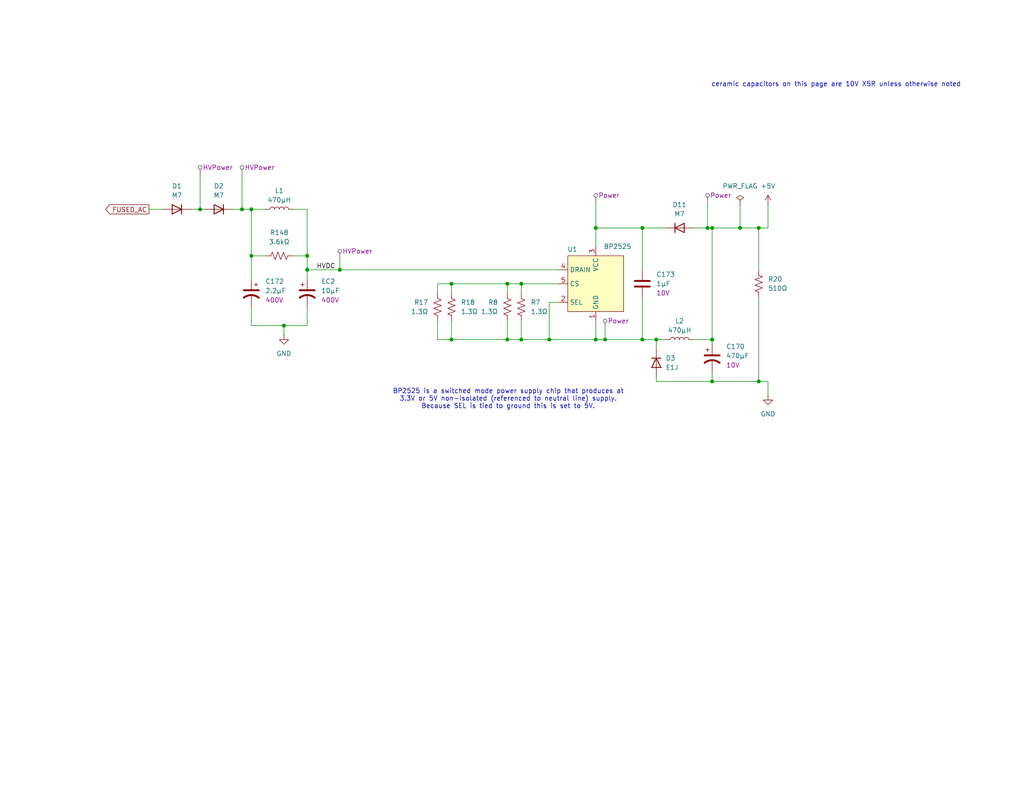
<source format=kicad_sch>
(kicad_sch (version 20250114) (generator "eeschema") (generator_version "9.0")
  (paper "USLetter")
  (title_block (title "T smart switched power outlet"))
  (lib_symbols
    (symbol "Device:C" (pin_numbers (hide yes)) (pin_names (offset 0.254))
      (property "Reference" "C" (at 0.635 2.54 0))
      (property "Value" "C" (at 0.635 -2.54 0))
      (symbol "C_0_1"
        (polyline (pts (xy -2.032 0.762) (xy 2.032 0.762)) (stroke (width 0.508)))
        (polyline (pts (xy -2.032 -0.762) (xy 2.032 -0.762)) (stroke (width 0.508)))
      )
      (symbol "C_1_1"
        (pin passive line (at 0 3.81 270) (length 2.794) (name "~") (number "1"))
        (pin passive line (at 0 -3.81 90) (length 2.794) (name "~") (number "2"))
      )
    )
    (symbol "Device:C_Polarized_US" (pin_numbers (hide yes)) (pin_names (offset 0.254) (hide yes))
      (property "Reference" "C" (at 0.635 2.54 0))
      (property "Value" "C_Polarized_US" (at 0.635 -2.54 0))
      (symbol "C_Polarized_US_0_1"
        (polyline (pts (xy -2.032 0.762) (xy 2.032 0.762)) (stroke (width 0.508)))
        (polyline (pts (xy -1.778 2.286) (xy -0.762 2.286)))
        (polyline (pts (xy -1.27 1.778) (xy -1.27 2.794)))
        (arc (start -2.032 -1.27) (mid 0 -0.5572) (end 2.032 -1.27) (stroke (width 0.508)))
      )
      (symbol "C_Polarized_US_1_1"
        (pin passive line (at 0 3.81 270) (length 2.794) (name "~") (number "1"))
        (pin passive line (at 0 -3.81 90) (length 3.302) (name "~") (number "2"))
      )
    )
    (symbol "Device:D" (pin_numbers (hide yes)) (pin_names (offset 1.016) (hide yes))
      (property "Reference" "D" (at 0 2.54 0))
      (property "Value" "D" (at 0 -2.54 0))
      (symbol "D_0_1"
        (polyline (pts (xy -1.27 1.27) (xy -1.27 -1.27)) (stroke (width 0.254)))
        (polyline (pts (xy 1.27 1.27) (xy 1.27 -1.27) (xy -1.27 0) (xy 1.27 1.27)) (stroke (width 0.254)))
        (polyline (pts (xy 1.27 0) (xy -1.27 0)))
      )
      (symbol "D_1_1"
        (pin passive line (at -3.81 0 0) (length 2.54) (name "K") (number "1"))
        (pin passive line (at 3.81 0 180) (length 2.54) (name "A") (number "2"))
      )
    )
    (symbol "Device:L" (pin_numbers (hide yes)) (pin_names (offset 1.016) (hide yes))
      (property "Reference" "L" (at -1.27 0 90))
      (property "Value" "L" (at 1.905 0 90))
      (symbol "L_0_1"
        (arc (start 0 2.54) (mid 0.6323 1.905) (end 0 1.27))
        (arc (start 0 1.27) (mid 0.6323 0.635) (end 0 0))
        (arc (start 0 0) (mid 0.6323 -0.635) (end 0 -1.27))
        (arc (start 0 -1.27) (mid 0.6323 -1.905) (end 0 -2.54))
      )
      (symbol "L_1_1"
        (pin passive line (at 0 3.81 270) (length 1.27) (name "1") (number "1"))
        (pin passive line (at 0 -3.81 90) (length 1.27) (name "2") (number "2"))
      )
    )
    (symbol "Device:R_US" (pin_numbers (hide yes)) (pin_names (offset 0))
      (property "Reference" "R" (at 2.54 0 90))
      (property "Value" "R_US" (at -2.54 0 90))
      (symbol "R_US_0_1"
        (polyline (pts (xy 0 2.286) (xy 0 2.54)))
        (polyline (pts (xy 0 2.286) (xy 1.016 1.905) (xy 0 1.524) (xy -1.016 1.143) (xy 0 0.762)))
        (polyline (pts (xy 0 0.762) (xy 1.016 0.381) (xy 0 0) (xy -1.016 -0.381) (xy 0 -0.762)))
        (polyline (pts (xy 0 -0.762) (xy 1.016 -1.143) (xy 0 -1.524) (xy -1.016 -1.905) (xy 0 -2.286)))
        (polyline (pts (xy 0 -2.286) (xy 0 -2.54)))
      )
      (symbol "R_US_1_1"
        (pin passive line (at 0 3.81 270) (length 1.27) (name "~") (number "1"))
        (pin passive line (at 0 -3.81 90) (length 1.27) (name "~") (number "2"))
      )
    )
    (symbol "designsymbols:BP2525"
      (property "Reference" "U" (at -6.858 8.89 0))
      (property "Value" "BP2525" (at 2.032 8.89 0))
      (symbol "BP2525_1_1"
        (rectangle (start -7.62 7.62) (end 7.62 -7.62) (fill (type background)))
        (pin passive line (at -10.16 3.81 0) (length 2.54) (name "DRAIN") (number "4"))
        (pin passive line (at -10.16 0 0) (length 2.54) (name "CS") (number "5"))
        (pin input line (at -10.16 -5.08 0) (length 2.54) (name "SEL") (number "2"))
        (pin passive line (at 0 10.16 270) (length 2.54) (name "VCC") (number "3"))
        (pin passive line (at 0 -10.16 90) (length 2.54) (name "GND") (number "1"))
      )
    )
    (symbol "power:+5V" (power) (pin_numbers (hide yes)) (pin_names (offset 0) (hide yes))
      (property "Value" "+5V" (at 0 3.556 0))
      (symbol "+5V_0_1"
        (polyline (pts (xy -0.762 1.27) (xy 0 2.54)))
        (polyline (pts (xy 0 2.54) (xy 0.762 1.27)))
        (polyline (pts (xy 0 0) (xy 0 2.54)))
      )
      (symbol "+5V_1_1"
        (pin power_in line (at 0 0 90) (length 0) (name "~") (number "1"))
      )
    )
    (symbol "power:GND" (power) (pin_numbers (hide yes)) (pin_names (offset 0) (hide yes))
      (property "Value" "GND" (at 0 -3.81 0))
      (symbol "GND_0_1"
        (polyline (pts (xy 0 0) (xy 0 -1.27) (xy 1.27 -1.27) (xy 0 -2.54) (xy -1.27 -1.27) (xy 0 -1.27)))
      )
      (symbol "GND_1_1"
        (pin power_in line (at 0 0 270) (length 0) (name "~") (number "1"))
      )
    )
    (symbol "power:PWR_FLAG" (power) (pin_numbers (hide yes)) (pin_names (offset 0) (hide yes))
      (property "Value" "PWR_FLAG" (at 0 3.81 0))
      (symbol "PWR_FLAG_0_0"
        (pin power_out line (at 0 0 90) (length 0) (name "~") (number "1"))
      )
      (symbol "PWR_FLAG_0_1"
        (polyline (pts (xy 0 0) (xy 0 1.27) (xy -1.016 1.905) (xy 0 2.54) (xy 1.016 1.905) (xy 0 1.27)))
      )
    )
  )
  (text "ceramic capacitors on this page are 10V X5R unless otherwise noted" (at 194.056 23.114 0) (effects (font (size 1.27 1.27)) (justify left)))
  (text "BP2525 is a switched mode power supply chip that produces at\n3.3V or 5V non-isolated (referenced to neutral line) supply.\nBecause SEL is tied to ground this is set to 5V." (at 138.684 108.966 0) (effects (font (size 1.27 1.27))))
  (junction (at 123.19 92.71))
  (junction (at 162.56 92.71))
  (junction (at 194.31 62.23))
  (junction (at 83.82 69.85))
  (junction (at 194.31 104.14))
  (junction (at 54.61 57.15))
  (junction (at 77.47 88.9))
  (junction (at 149.86 92.71))
  (junction (at 138.43 92.71))
  (junction (at 207.01 62.23))
  (junction (at 175.26 92.71))
  (junction (at 165.1 92.71))
  (junction (at 68.58 69.85))
  (junction (at 66.04 57.15))
  (junction (at 207.01 104.14))
  (junction (at 68.58 57.15))
  (junction (at 142.24 92.71))
  (junction (at 92.71 73.66))
  (junction (at 179.07 92.71))
  (junction (at 162.56 62.23))
  (junction (at 142.24 77.47))
  (junction (at 138.43 77.47))
  (junction (at 201.93 62.23))
  (junction (at 194.31 92.71))
  (junction (at 193.04 62.23))
  (junction (at 83.82 73.66))
  (junction (at 175.26 62.23))
  (junction (at 123.19 77.47))
  (wire (pts (xy 83.82 73.66) (xy 83.82 76.2)))
  (wire (pts (xy 194.31 62.23) (xy 194.31 92.71)))
  (wire (pts (xy 162.56 55.88) (xy 162.56 62.23)))
  (wire (pts (xy 207.01 104.14) (xy 207.01 81.28)))
  (wire (pts (xy 194.31 93.98) (xy 194.31 92.71)))
  (wire (pts (xy 142.24 77.47) (xy 142.24 80.01)))
  (wire (pts (xy 175.26 62.23) (xy 175.26 73.66)))
  (wire (pts (xy 66.04 57.15) (xy 68.58 57.15)))
  (wire (pts (xy 92.71 73.66) (xy 152.4 73.66)))
  (wire (pts (xy 138.43 92.71) (xy 123.19 92.71)))
  (wire (pts (xy 123.19 77.47) (xy 119.38 77.47)))
  (wire (pts (xy 149.86 82.55) (xy 152.4 82.55)))
  (wire (pts (xy 193.04 62.23) (xy 194.31 62.23)))
  (wire (pts (xy 179.07 104.14) (xy 194.31 104.14)))
  (wire (pts (xy 201.93 62.23) (xy 207.01 62.23)))
  (wire (pts (xy 175.26 92.71) (xy 179.07 92.71)))
  (wire (pts (xy 149.86 92.71) (xy 142.24 92.71)))
  (wire (pts (xy 92.71 71.12) (xy 92.71 73.66)))
  (wire (pts (xy 77.47 88.9) (xy 77.47 91.44)))
  (wire (pts (xy 68.58 57.15) (xy 72.39 57.15)))
  (wire (pts (xy 189.23 62.23) (xy 193.04 62.23)))
  (wire (pts (xy 119.38 77.47) (xy 119.38 80.01)))
  (wire (pts (xy 54.61 57.15) (xy 55.88 57.15)))
  (wire (pts (xy 194.31 62.23) (xy 201.93 62.23)))
  (wire (pts (xy 209.55 104.14) (xy 207.01 104.14)))
  (wire (pts (xy 149.86 92.71) (xy 162.56 92.71)))
  (wire (pts (xy 83.82 57.15) (xy 83.82 69.85)))
  (wire (pts (xy 123.19 77.47) (xy 138.43 77.47)))
  (wire (pts (xy 175.26 62.23) (xy 181.61 62.23)))
  (wire (pts (xy 179.07 92.71) (xy 181.61 92.71)))
  (wire (pts (xy 119.38 87.63) (xy 119.38 92.71)))
  (wire (pts (xy 83.82 69.85) (xy 83.82 73.66)))
  (wire (pts (xy 68.58 57.15) (xy 68.58 69.85)))
  (wire (pts (xy 142.24 92.71) (xy 138.43 92.71)))
  (wire (pts (xy 138.43 87.63) (xy 138.43 92.71)))
  (wire (pts (xy 179.07 102.87) (xy 179.07 104.14)))
  (wire (pts (xy 193.04 55.88) (xy 193.04 62.23)))
  (wire (pts (xy 80.01 69.85) (xy 83.82 69.85)))
  (wire (pts (xy 207.01 62.23) (xy 209.55 62.23)))
  (wire (pts (xy 68.58 69.85) (xy 72.39 69.85)))
  (wire (pts (xy 66.04 48.26) (xy 66.04 57.15)))
  (wire (pts (xy 209.55 104.14) (xy 209.55 107.95)))
  (wire (pts (xy 162.56 67.31) (xy 162.56 62.23)))
  (wire (pts (xy 77.47 88.9) (xy 83.82 88.9)))
  (wire (pts (xy 40.64 57.15) (xy 44.45 57.15)))
  (wire (pts (xy 165.1 92.71) (xy 175.26 92.71)))
  (wire (pts (xy 194.31 104.14) (xy 207.01 104.14)))
  (wire (pts (xy 194.31 104.14) (xy 194.31 101.6)))
  (wire (pts (xy 142.24 87.63) (xy 142.24 92.71)))
  (wire (pts (xy 63.5 57.15) (xy 66.04 57.15)))
  (wire (pts (xy 54.61 48.26) (xy 54.61 57.15)))
  (wire (pts (xy 83.82 83.82) (xy 83.82 88.9)))
  (wire (pts (xy 119.38 92.71) (xy 123.19 92.71)))
  (wire (pts (xy 179.07 92.71) (xy 179.07 95.25)))
  (wire (pts (xy 149.86 82.55) (xy 149.86 92.71)))
  (wire (pts (xy 68.58 88.9) (xy 77.47 88.9)))
  (wire (pts (xy 68.58 69.85) (xy 68.58 76.2)))
  (wire (pts (xy 68.58 88.9) (xy 68.58 83.82)))
  (wire (pts (xy 207.01 62.23) (xy 207.01 73.66)))
  (wire (pts (xy 189.23 92.71) (xy 194.31 92.71)))
  (wire (pts (xy 80.01 57.15) (xy 83.82 57.15)))
  (wire (pts (xy 152.4 77.47) (xy 142.24 77.47)))
  (wire (pts (xy 209.55 55.88) (xy 209.55 62.23)))
  (wire (pts (xy 138.43 77.47) (xy 138.43 80.01)))
  (wire (pts (xy 175.26 92.71) (xy 175.26 81.28)))
  (wire (pts (xy 142.24 77.47) (xy 138.43 77.47)))
  (wire (pts (xy 201.93 55.88) (xy 201.93 62.23)))
  (wire (pts (xy 162.56 62.23) (xy 175.26 62.23)))
  (wire (pts (xy 162.56 92.71) (xy 165.1 92.71)))
  (wire (pts (xy 162.56 87.63) (xy 162.56 92.71)))
  (wire (pts (xy 165.1 90.17) (xy 165.1 92.71)))
  (wire (pts (xy 52.07 57.15) (xy 54.61 57.15)))
  (wire (pts (xy 123.19 87.63) (xy 123.19 92.71)))
  (wire (pts (xy 83.82 73.66) (xy 92.71 73.66)))
  (wire (pts (xy 123.19 77.47) (xy 123.19 80.01)))
  (label "HVDC" (at 86.36 73.66 0))
  (global_label "FUSED_AC" (shape output) (at 40.64 57.15 180) (property "Intersheetrefs" "${INTERSHEET_REFS}" (effects (hide yes))))
  (netclass_flag "" (length 2.54) (shape round) (at 162.56 55.88 0) (property "Netclass" "Power" (at 163.2585 53.34 0) (effects (justify left))))
  (netclass_flag "" (length 2.54) (shape round) (at 165.1 90.17 0) (property "Netclass" "Power" (at 165.7985 87.63 0) (effects (justify left))))
  (netclass_flag "" (length 2.54) (shape round) (at 54.61 48.26 0) (property "Netclass" "HVPower" (at 55.3085 45.72 0) (effects (justify left))))
  (netclass_flag "" (length 2.54) (shape round) (at 66.04 48.26 0) (property "Netclass" "HVPower" (at 66.7385 45.72 0) (effects (justify left))))
  (netclass_flag "" (length 2.54) (shape round) (at 92.71 71.12 0) (property "Netclass" "HVPower" (at 93.4085 68.58 0) (effects (justify left))))
  (netclass_flag "" (length 2.54) (shape round) (at 193.04 55.88 0) (property "Netclass" "Power" (at 193.7385 53.34 0) (effects (justify left))))
  (symbol (lib_id "Device:L") (at 76.2 57.15 90) (unit 1)
    (property "Reference" "L1" (at 76.2 52.07 90))
    (property "Value" "470µH" (at 76.2 54.61 90))
    (property "Footprint" "Inductor_THT:L_Axial_L7.0mm_D3.3mm_P5.08mm_Vertical_Fastron_MICC" (effects (hide yes)))
    (property "Description" "Inductor" (effects (hide yes)))
  )
  (symbol (lib_id "Device:R_US") (at 123.19 83.82 180) (unit 1)
    (property "Reference" "R18" (at 125.73 82.5499 0) (effects (justify right)))
    (property "Value" "1.3Ω" (at 125.73 85.0899 0) (effects (justify right)))
    (property "Footprint" "Resistor_SMD:R_0603_1608Metric" (effects (hide yes)))
    (property "Description" "Resistor, US symbol" (effects (hide yes)))
  )
  (symbol (lib_id "Device:C_Polarized_US") (at 194.31 97.79 0) (unit 1)
    (property "Reference" "C170" (at 198.12 94.6149 0) (effects (justify left)))
    (property "Value" "470µF" (at 198.12 97.1549 0) (effects (justify left)))
    (property "Footprint" "Capacitor_THT:CP_Radial_D6.3mm_P2.50mm" (effects (hide yes)))
    (property "Description" "Polarized capacitor, US symbol" (effects (hide yes)))
    (property "Voltage" "10V" (at 198.12 99.6949 0) (effects (justify left)))
  )
  (symbol (lib_id "Device:R_US") (at 142.24 83.82 180) (unit 1)
    (property "Reference" "R7" (at 144.78 82.5499 0) (effects (justify right)))
    (property "Value" "1.3Ω" (at 144.78 85.0899 0) (effects (justify right)))
    (property "Footprint" "Resistor_SMD:R_0603_1608Metric" (effects (hide yes)))
    (property "Description" "Resistor, US symbol" (effects (hide yes)))
  )
  (symbol (lib_id "Device:D") (at 59.69 57.15 180) (unit 1)
    (property "Reference" "D2" (at 59.69 50.8 0))
    (property "Value" "M7" (at 59.69 53.34 0))
    (property "Footprint" "Diode_SMD:D_SMA" (effects (hide yes)))
    (property "Description" "Diode" (effects (hide yes)))
    (property "Sim.Device" "D" (effects (hide yes)))
    (property "Sim.Pins" "1=K 2=A" (effects (hide yes)))
  )
  (symbol (lib_id "Device:D") (at 48.26 57.15 180) (unit 1)
    (property "Reference" "D1" (at 48.26 50.8 0))
    (property "Value" "M7" (at 48.26 53.34 0))
    (property "Footprint" "Diode_SMD:D_SMA" (effects (hide yes)))
    (property "Description" "Diode" (effects (hide yes)))
    (property "Sim.Device" "D" (effects (hide yes)))
    (property "Sim.Pins" "1=K 2=A" (effects (hide yes)))
  )
  (symbol (lib_id "Device:R_US") (at 76.2 69.85 90) (unit 1)
    (property "Reference" "R148" (at 76.2 63.5 90))
    (property "Value" "3.6kΩ" (at 76.2 66.04 90))
    (property "Footprint" "Resistor_SMD:R_0805_2012Metric" (effects (hide yes)))
    (property "Description" "Resistor, US symbol" (effects (hide yes)))
  )
  (symbol (lib_id "power:+5V") (at 209.55 55.88 0) (unit 1)
    (property "Reference" "#PWR06" (effects (hide yes)))
    (property "Value" "+5V" (at 209.55 50.8 0))
    (property "Description" "Power symbol creates a global label with name \"+5V\"" (effects (hide yes)))
  )
  (symbol (lib_id "Device:D") (at 179.07 99.06 270) (unit 1)
    (property "Reference" "D3" (at 181.61 97.7899 90) (effects (justify left)))
    (property "Value" "E1J" (at 181.61 100.3299 90) (effects (justify left)))
    (property "Footprint" "Diode_SMD:D_SOD-123F" (effects (hide yes)))
    (property "Datasheet" "https://mm.digikey.com/Volume0/opasdata/d220001/medias/docus/6778/5399_E1J%20SOD-123FL.PDF" (effects (hide yes)))
    (property "Description" "Diode" (effects (hide yes)))
    (property "Sim.Device" "D" (effects (hide yes)))
    (property "Sim.Pins" "1=K 2=A" (effects (hide yes)))
  )
  (symbol (lib_id "designsymbols:BP2525") (at 162.56 77.47 0) (unit 1)
    (property "Reference" "U1" (at 154.7973 68.072 0) (effects (justify left)))
    (property "Value" "BP2525" (at 164.7033 67.31 0) (effects (justify left)))
    (property "Footprint" "designfootprints:BrightSemi_BP2525" (effects (hide yes)))
    (property "Datasheet" "https://www.bpsemi.com/upload/en/file/2023-03/col583/1680075153809.pdf" (effects (hide yes)))
    (property "Description" "low standby SMPS non-isolated" (effects (hide yes)))
  )
  (symbol (lib_id "power:GND") (at 77.47 91.44 0) (unit 1)
    (property "Reference" "#PWR03" (effects (hide yes)))
    (property "Value" "GND" (at 77.47 96.52 0))
    (property "Description" "Power symbol creates a global label with name \"GND\" , ground" (effects (hide yes)))
  )
  (symbol (lib_id "Device:D") (at 185.42 62.23 0) (unit 1)
    (property "Reference" "D11" (at 185.42 55.88 0))
    (property "Value" "M7" (at 185.42 58.42 0))
    (property "Footprint" "Diode_SMD:D_SMA" (effects (hide yes)))
    (property "Description" "Diode" (effects (hide yes)))
    (property "Sim.Device" "D" (effects (hide yes)))
    (property "Sim.Pins" "1=K 2=A" (effects (hide yes)))
  )
  (symbol (lib_id "Device:C") (at 175.26 77.47 0) (unit 1)
    (property "Reference" "C173" (at 179.07 74.9299 0) (effects (justify left)))
    (property "Value" "1µF" (at 179.07 77.4699 0) (effects (justify left)))
    (property "Footprint" "Capacitor_SMD:C_0805_2012Metric" (effects (hide yes)))
    (property "Description" "Unpolarized capacitor" (effects (hide yes)))
    (property "Voltage" "10V" (at 179.07 80.0099 0) (effects (justify left)))
  )
  (symbol (lib_id "Device:L") (at 185.42 92.71 90) (unit 1)
    (property "Reference" "L2" (at 185.42 87.63 90))
    (property "Value" "470µH" (at 185.42 90.17 90))
    (property "Footprint" "Inductor_THT:L_Radial_D8.7mm_P5.00mm_Fastron_07HCP" (effects (hide yes)))
    (property "Description" "Inductor" (effects (hide yes)))
  )
  (symbol (lib_id "Device:R_US") (at 119.38 83.82 180) (unit 1)
    (property "Reference" "R17" (at 116.84 82.5499 0) (effects (justify left)))
    (property "Value" "1.3Ω" (at 116.84 85.0899 0) (effects (justify left)))
    (property "Footprint" "Resistor_SMD:R_0603_1608Metric" (effects (hide yes)))
    (property "Description" "Resistor, US symbol" (effects (hide yes)))
  )
  (symbol (lib_id "Device:C_Polarized_US") (at 68.58 80.01 0) (mirror y) (unit 1)
    (property "Reference" "C172" (at 72.39 76.8349 0) (effects (justify right)))
    (property "Value" "2.2µF" (at 72.39 79.3749 0) (effects (justify right)))
    (property "Footprint" "Capacitor_THT:CP_Radial_D6.3mm_P2.50mm" (effects (hide yes)))
    (property "Description" "Polarized capacitor, US symbol" (effects (hide yes)))
    (property "Voltage" "400V" (at 72.39 81.9149 0) (effects (justify right)))
  )
  (symbol (lib_id "Device:R_US") (at 207.01 77.47 180) (unit 1)
    (property "Reference" "R20" (at 209.55 76.1999 0) (effects (justify right)))
    (property "Value" "510Ω" (at 209.55 78.7399 0) (effects (justify right)))
    (property "Footprint" "Resistor_SMD:R_0603_1608Metric" (effects (hide yes)))
    (property "Description" "Resistor, US symbol" (effects (hide yes)))
  )
  (symbol (lib_id "power:PWR_FLAG") (at 201.93 55.88 0) (unit 1)
    (property "Reference" "#FLG01" (effects (hide yes)))
    (property "Value" "PWR_FLAG" (at 201.93 50.8 0))
    (property "Description" "Special symbol for telling ERC where power comes from" (effects (hide yes)))
  )
  (symbol (lib_id "Device:C_Polarized_US") (at 83.82 80.01 0) (unit 1)
    (property "Reference" "EC2" (at 87.63 76.8349 0) (effects (justify left)))
    (property "Value" "10µF" (at 87.63 79.3749 0) (effects (justify left)))
    (property "Footprint" "Capacitor_THT:CP_Radial_D8.0mm_P3.50mm" (effects (hide yes)))
    (property "Description" "Polarized capacitor, US symbol" (effects (hide yes)))
    (property "Voltage" "400V" (at 87.63 81.9149 0) (effects (justify left)))
  )
  (symbol (lib_id "Device:R_US") (at 138.43 83.82 180) (unit 1)
    (property "Reference" "R8" (at 135.89 82.5499 0) (effects (justify left)))
    (property "Value" "1.3Ω" (at 135.89 85.0899 0) (effects (justify left)))
    (property "Footprint" "Resistor_SMD:R_0603_1608Metric" (effects (hide yes)))
    (property "Description" "Resistor, US symbol" (effects (hide yes)))
  )
  (symbol (lib_id "power:GND") (at 209.55 107.95 0) (unit 1)
    (property "Reference" "#PWR05" (effects (hide yes)))
    (property "Value" "GND" (at 209.55 113.03 0))
    (property "Description" "Power symbol creates a global label with name \"GND\" , ground" (effects (hide yes)))
  )
)
</source>
